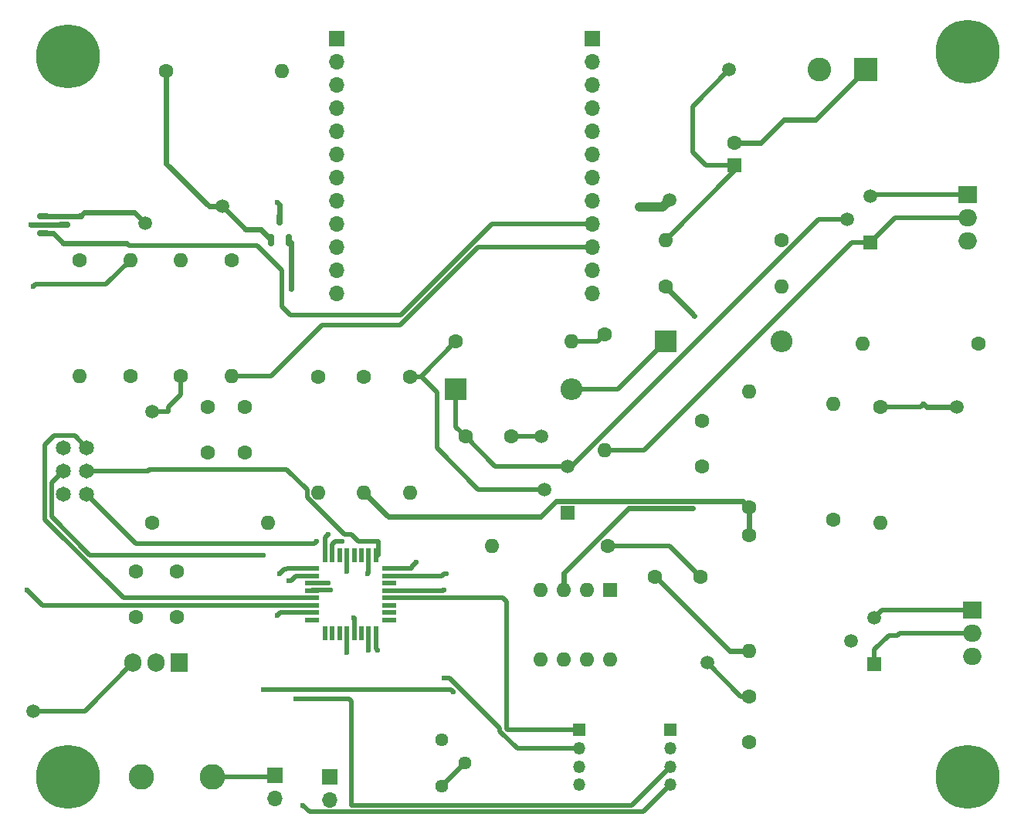
<source format=gtl>
%TF.GenerationSoftware,KiCad,Pcbnew,8.0.4*%
%TF.CreationDate,2024-11-25T19:05:08-08:00*%
%TF.ProjectId,Senior Design,53656e69-6f72-4204-9465-7369676e2e6b,rev?*%
%TF.SameCoordinates,Original*%
%TF.FileFunction,Copper,L1,Top*%
%TF.FilePolarity,Positive*%
%FSLAX46Y46*%
G04 Gerber Fmt 4.6, Leading zero omitted, Abs format (unit mm)*
G04 Created by KiCad (PCBNEW 8.0.4) date 2024-11-25 19:05:08*
%MOMM*%
%LPD*%
G01*
G04 APERTURE LIST*
G04 Aperture macros list*
%AMRoundRect*
0 Rectangle with rounded corners*
0 $1 Rounding radius*
0 $2 $3 $4 $5 $6 $7 $8 $9 X,Y pos of 4 corners*
0 Add a 4 corners polygon primitive as box body*
4,1,4,$2,$3,$4,$5,$6,$7,$8,$9,$2,$3,0*
0 Add four circle primitives for the rounded corners*
1,1,$1+$1,$2,$3*
1,1,$1+$1,$4,$5*
1,1,$1+$1,$6,$7*
1,1,$1+$1,$8,$9*
0 Add four rect primitives between the rounded corners*
20,1,$1+$1,$2,$3,$4,$5,0*
20,1,$1+$1,$4,$5,$6,$7,0*
20,1,$1+$1,$6,$7,$8,$9,0*
20,1,$1+$1,$8,$9,$2,$3,0*%
G04 Aperture macros list end*
%TA.AperFunction,ComponentPad*%
%ADD10C,1.600000*%
%TD*%
%TA.AperFunction,ComponentPad*%
%ADD11R,1.350000X1.350000*%
%TD*%
%TA.AperFunction,ComponentPad*%
%ADD12O,1.350000X1.350000*%
%TD*%
%TA.AperFunction,SMDPad,CuDef*%
%ADD13C,1.500000*%
%TD*%
%TA.AperFunction,ComponentPad*%
%ADD14R,1.600000X1.600000*%
%TD*%
%TA.AperFunction,ComponentPad*%
%ADD15O,1.600000X1.600000*%
%TD*%
%TA.AperFunction,ComponentPad*%
%ADD16C,1.650000*%
%TD*%
%TA.AperFunction,ComponentPad*%
%ADD17R,1.500000X1.500000*%
%TD*%
%TA.AperFunction,ComponentPad*%
%ADD18C,1.500000*%
%TD*%
%TA.AperFunction,ComponentPad*%
%ADD19C,2.800000*%
%TD*%
%TA.AperFunction,ComponentPad*%
%ADD20R,2.600000X2.600000*%
%TD*%
%TA.AperFunction,ComponentPad*%
%ADD21C,2.600000*%
%TD*%
%TA.AperFunction,SMDPad,CuDef*%
%ADD22RoundRect,0.150000X0.150000X-0.512500X0.150000X0.512500X-0.150000X0.512500X-0.150000X-0.512500X0*%
%TD*%
%TA.AperFunction,ComponentPad*%
%ADD23C,3.900000*%
%TD*%
%TA.AperFunction,ConnectorPad*%
%ADD24C,7.000000*%
%TD*%
%TA.AperFunction,ComponentPad*%
%ADD25R,2.400000X2.400000*%
%TD*%
%TA.AperFunction,ComponentPad*%
%ADD26O,2.400000X2.400000*%
%TD*%
%TA.AperFunction,ComponentPad*%
%ADD27R,1.700000X1.700000*%
%TD*%
%TA.AperFunction,ComponentPad*%
%ADD28O,1.700000X1.700000*%
%TD*%
%TA.AperFunction,SMDPad,CuDef*%
%ADD29R,0.550000X1.600000*%
%TD*%
%TA.AperFunction,SMDPad,CuDef*%
%ADD30R,1.600000X0.550000*%
%TD*%
%TA.AperFunction,ComponentPad*%
%ADD31R,2.000000X1.905000*%
%TD*%
%TA.AperFunction,ComponentPad*%
%ADD32O,2.000000X1.905000*%
%TD*%
%TA.AperFunction,ComponentPad*%
%ADD33R,1.905000X2.000000*%
%TD*%
%TA.AperFunction,ComponentPad*%
%ADD34O,1.905000X2.000000*%
%TD*%
%TA.AperFunction,SMDPad,CuDef*%
%ADD35RoundRect,0.150000X-0.512500X-0.150000X0.512500X-0.150000X0.512500X0.150000X-0.512500X0.150000X0*%
%TD*%
%TA.AperFunction,ComponentPad*%
%ADD36C,1.440000*%
%TD*%
%TA.AperFunction,ViaPad*%
%ADD37C,0.600000*%
%TD*%
%TA.AperFunction,Conductor*%
%ADD38C,0.500000*%
%TD*%
%TA.AperFunction,Conductor*%
%ADD39C,0.600000*%
%TD*%
%TA.AperFunction,Conductor*%
%ADD40C,1.000000*%
%TD*%
%TA.AperFunction,Conductor*%
%ADD41C,0.550000*%
%TD*%
G04 APERTURE END LIST*
D10*
%TO.P,C3,1*%
%TO.N,Net-(C3-Pad1)*%
X119900000Y-111600000D03*
%TO.P,C3,2*%
%TO.N,Net-(C3-Pad2)*%
X124900000Y-111600000D03*
%TD*%
D11*
%TO.P,J6,1,Pin_1*%
%TO.N,/Microprocessor & Connectors/Volume_D_btn_I*%
X121600000Y-128400000D03*
D12*
%TO.P,J6,2,Pin_2*%
%TO.N,/Microprocessor & Connectors/Volume_D_btn_O*%
X121600000Y-130400000D03*
%TO.P,J6,3,Pin_3*%
%TO.N,/Microprocessor & Connectors/Volume_U_btn_I*%
X121600000Y-132400000D03*
%TO.P,J6,4,Pin_4*%
%TO.N,/Microprocessor & Connectors/Volume_U_btn_O*%
X121600000Y-134400000D03*
%TD*%
D13*
%TO.P,TP3,1,1*%
%TO.N,/Microprocessor & Connectors/3_3VDC*%
X64000000Y-72800000D03*
%TD*%
D14*
%TO.P,C6,1*%
%TO.N,Net-(C6-Pad1)*%
X128600000Y-66500000D03*
D10*
%TO.P,C6,2*%
%TO.N,Net-(J10-Pin_1)*%
X128600000Y-64000000D03*
%TD*%
%TO.P,R10,1*%
%TO.N,Net-(U3A--)*%
X130200000Y-103950000D03*
D15*
%TO.P,R10,2*%
%TO.N,GND*%
X130200000Y-91250000D03*
%TD*%
D10*
%TO.P,R9,1*%
%TO.N,5VDC*%
X88000000Y-89650000D03*
D15*
%TO.P,R9,2*%
%TO.N,Net-(U3A--)*%
X88000000Y-102350000D03*
%TD*%
D16*
%TO.P,J4,1*%
%TO.N,/Microprocessor & Connectors/MISO*%
X57540000Y-102500000D03*
%TO.P,J4,2*%
%TO.N,5VDC*%
X55000000Y-102500000D03*
%TO.P,J4,3*%
%TO.N,/Microprocessor & Connectors/SCK*%
X57540000Y-99960000D03*
%TO.P,J4,4*%
%TO.N,/Microprocessor & Connectors/MOSI*%
X55000000Y-99960000D03*
%TO.P,J4,5*%
%TO.N,/Microprocessor & Connectors/RESET*%
X57540000Y-97420000D03*
%TO.P,J4,6*%
%TO.N,GND*%
X55000000Y-97420000D03*
%TD*%
D10*
%TO.P,C9,1*%
%TO.N,5VDC*%
X70866000Y-93004000D03*
%TO.P,C9,2*%
%TO.N,GND*%
X70866000Y-98004000D03*
%TD*%
%TO.P,R14,1*%
%TO.N,20VDC*%
X139400000Y-105350000D03*
D15*
%TO.P,R14,2*%
%TO.N,Net-(D1-A)*%
X139400000Y-92650000D03*
%TD*%
D10*
%TO.P,R18,1*%
%TO.N,Net-(Q5-E)*%
X133750000Y-74650000D03*
D15*
%TO.P,R18,2*%
%TO.N,Net-(C6-Pad1)*%
X121050000Y-74650000D03*
%TD*%
D10*
%TO.P,R4,1*%
%TO.N,5VDC*%
X62366666Y-89550000D03*
D15*
%TO.P,R4,2*%
%TO.N,/Microprocessor & Connectors/RX-O*%
X62366666Y-76850000D03*
%TD*%
D10*
%TO.P,R6,1*%
%TO.N,/Microprocessor & Connectors/3_3VDC*%
X66294000Y-56134000D03*
D15*
%TO.P,R6,2*%
%TO.N,GND*%
X78994000Y-56134000D03*
%TD*%
D10*
%TO.P,R3,1*%
%TO.N,5VDC*%
X67933332Y-89550000D03*
D15*
%TO.P,R3,2*%
%TO.N,/Microprocessor & Connectors/3_3VDC*%
X67933332Y-76850000D03*
%TD*%
D17*
%TO.P,Q4,1,E*%
%TO.N,Net-(Q4-E)*%
X143530000Y-74915000D03*
D18*
%TO.P,Q4,2,B*%
%TO.N,Net-(D2-K)*%
X140990000Y-72375000D03*
%TO.P,Q4,3,C*%
%TO.N,Net-(Q4-C)*%
X143530000Y-69835000D03*
%TD*%
D19*
%TO.P,J1,1,Pin_1*%
%TO.N,Net-(J1-Pin_1)*%
X71400000Y-133500000D03*
%TD*%
D10*
%TO.P,R8,1*%
%TO.N,Net-(U3A-+)*%
X121050000Y-79800000D03*
D15*
%TO.P,R8,2*%
%TO.N,GND*%
X133750000Y-79800000D03*
%TD*%
D20*
%TO.P,J10,1,Pin_1*%
%TO.N,Net-(J10-Pin_1)*%
X143000000Y-56000000D03*
D21*
%TO.P,J10,2,Pin_2*%
%TO.N,GND*%
X137920000Y-56000000D03*
%TD*%
D22*
%TO.P,Q2,1,G*%
%TO.N,/Microprocessor & Connectors/3_3VDC*%
X77820000Y-74677500D03*
%TO.P,Q2,2,S*%
%TO.N,/Microprocessor & Connectors/TX-I*%
X79720000Y-74677500D03*
%TO.P,Q2,3,D*%
%TO.N,/Microprocessor & Connectors/TX-O*%
X78770000Y-72402500D03*
%TD*%
D10*
%TO.P,R11,1*%
%TO.N,Net-(U3A--)*%
X130200000Y-107050000D03*
D15*
%TO.P,R11,2*%
%TO.N,Net-(C3-Pad1)*%
X130200000Y-119750000D03*
%TD*%
D17*
%TO.P,Q5,1,E*%
%TO.N,Net-(Q5-E)*%
X143950000Y-121140000D03*
D18*
%TO.P,Q5,2,B*%
%TO.N,Net-(D1-A)*%
X141410000Y-118600000D03*
%TO.P,Q5,3,C*%
%TO.N,Net-(Q5-C)*%
X143950000Y-116060000D03*
%TD*%
D10*
%TO.P,R2,1*%
%TO.N,/Microprocessor & Connectors/3_3VDC*%
X73500000Y-76850000D03*
D15*
%TO.P,R2,2*%
%TO.N,/Microprocessor & Connectors/TX-I*%
X73500000Y-89550000D03*
%TD*%
D10*
%TO.P,R7,1*%
%TO.N,5VDC*%
X83000000Y-89650000D03*
D15*
%TO.P,R7,2*%
%TO.N,Net-(U3A-+)*%
X83000000Y-102350000D03*
%TD*%
D10*
%TO.P,R1,1*%
%TO.N,/Microprocessor & Connectors/3_3VDC*%
X56800000Y-76850000D03*
D15*
%TO.P,R1,2*%
%TO.N,/Microprocessor & Connectors/RX-I*%
X56800000Y-89550000D03*
%TD*%
D10*
%TO.P,R16,1*%
%TO.N,Net-(Q5-C)*%
X144600000Y-93000000D03*
D15*
%TO.P,R16,2*%
%TO.N,20VDC*%
X144600000Y-105700000D03*
%TD*%
D23*
%TO.P,H1,1,1*%
%TO.N,GND*%
X55500000Y-54500000D03*
D24*
X55500000Y-54500000D03*
%TD*%
D25*
%TO.P,D2,1,K*%
%TO.N,Net-(D2-K)*%
X98050000Y-91000000D03*
D26*
%TO.P,D2,2,A*%
%TO.N,Net-(D1-K)*%
X110750000Y-91000000D03*
%TD*%
D13*
%TO.P,TP4,1,1*%
%TO.N,/Microprocessor & Connectors/3_3VDC*%
X72500000Y-71000000D03*
%TD*%
D27*
%TO.P,J9,1,Pin_1*%
%TO.N,GND*%
X113000000Y-52600000D03*
D28*
%TO.P,J9,2,Pin_2*%
%TO.N,unconnected-(J9-Pin_2-Pad2)*%
X113000000Y-55140000D03*
%TO.P,J9,3,Pin_3*%
%TO.N,unconnected-(J9-Pin_3-Pad3)*%
X113000000Y-57680000D03*
%TO.P,J9,4,Pin_4*%
%TO.N,unconnected-(J9-Pin_4-Pad4)*%
X113000000Y-60220000D03*
%TO.P,J9,5,Pin_5*%
%TO.N,unconnected-(J9-Pin_5-Pad5)*%
X113000000Y-62760000D03*
%TO.P,J9,6,Pin_6*%
%TO.N,unconnected-(J9-Pin_6-Pad6)*%
X113000000Y-65300000D03*
%TO.P,J9,7,Pin_7*%
%TO.N,unconnected-(J9-Pin_7-Pad7)*%
X113000000Y-67840000D03*
%TO.P,J9,8,Pin_8*%
%TO.N,unconnected-(J9-Pin_8-Pad8)*%
X113000000Y-70380000D03*
%TO.P,J9,9,Pin_9*%
%TO.N,/Microprocessor & Connectors/RX-I*%
X113000000Y-72920000D03*
%TO.P,J9,10,Pin_10*%
%TO.N,/Microprocessor & Connectors/TX-I*%
X113000000Y-75460000D03*
%TO.P,J9,11,Pin_11*%
%TO.N,unconnected-(J9-Pin_11-Pad11)*%
X113000000Y-78000000D03*
%TO.P,J9,12,Pin_12*%
%TO.N,unconnected-(J9-Pin_12-Pad12)*%
X113000000Y-80540000D03*
%TD*%
D17*
%TO.P,Q3,1,E*%
%TO.N,GND*%
X110270000Y-104540000D03*
D18*
%TO.P,Q3,2,B*%
%TO.N,Net-(Q3-B)*%
X107730000Y-102000000D03*
%TO.P,Q3,3,C*%
%TO.N,Net-(D2-K)*%
X110270000Y-99460000D03*
%TD*%
D10*
%TO.P,R19,1*%
%TO.N,Net-(C6-Pad1)*%
X114400000Y-85050000D03*
D15*
%TO.P,R19,2*%
%TO.N,Net-(Q4-E)*%
X114400000Y-97750000D03*
%TD*%
D10*
%TO.P,C10,1*%
%TO.N,Analog Signal*%
X125000000Y-99500000D03*
%TO.P,C10,2*%
%TO.N,Net-(U3A-+)*%
X125000000Y-94500000D03*
%TD*%
D13*
%TO.P,TPQ2,1,1*%
%TO.N,Net-(Q5-C)*%
X153000000Y-93000000D03*
%TD*%
%TO.P,Analog1,1,1*%
%TO.N,Analog Signal*%
X121500000Y-70250000D03*
%TD*%
D10*
%TO.P,R17,1*%
%TO.N,Net-(Q4-C)*%
X155350000Y-86000000D03*
D15*
%TO.P,R17,2*%
%TO.N,GND*%
X142650000Y-86000000D03*
%TD*%
D13*
%TO.P,20v1,1,1*%
%TO.N,20VDC*%
X125600000Y-121000000D03*
%TD*%
%TO.P,PAOut1,1,1*%
%TO.N,Net-(C6-Pad1)*%
X128000000Y-56000000D03*
%TD*%
D10*
%TO.P,C4,1*%
%TO.N,Net-(D2-K)*%
X99100000Y-96200000D03*
%TO.P,C4,2*%
%TO.N,GND*%
X104100000Y-96200000D03*
%TD*%
D29*
%TO.P,U2,1,PD3*%
%TO.N,unconnected-(U2-PD3-Pad1)*%
X83700000Y-117750000D03*
%TO.P,U2,2,PD4*%
%TO.N,unconnected-(U2-PD4-Pad2)*%
X84500000Y-117750000D03*
%TO.P,U2,3,PE0*%
%TO.N,unconnected-(U2-PE0-Pad3)*%
X85300000Y-117750000D03*
%TO.P,U2,4,VCC*%
%TO.N,5VDC*%
X86100000Y-117750000D03*
%TO.P,U2,5,GND*%
%TO.N,GND*%
X86900000Y-117750000D03*
%TO.P,U2,6,PE1*%
%TO.N,unconnected-(U2-PE1-Pad6)*%
X87700000Y-117750000D03*
%TO.P,U2,7,XTAL1/PB6*%
%TO.N,/Microprocessor & Connectors/Pair_btn_I*%
X88500000Y-117750000D03*
%TO.P,U2,8,XTAL2/PB7*%
%TO.N,/Microprocessor & Connectors/Pair_btn_O*%
X89300000Y-117750000D03*
D30*
%TO.P,U2,9,PD5*%
%TO.N,unconnected-(U2-PD5-Pad9)*%
X90750000Y-116300000D03*
%TO.P,U2,10,PD6*%
%TO.N,unconnected-(U2-PD6-Pad10)*%
X90750000Y-115500000D03*
%TO.P,U2,11,PD7*%
%TO.N,unconnected-(U2-PD7-Pad11)*%
X90750000Y-114700000D03*
%TO.P,U2,12,PB0*%
%TO.N,/Microprocessor & Connectors/Power_btn_I*%
X90750000Y-113900000D03*
%TO.P,U2,13,PB1*%
%TO.N,/Microprocessor & Connectors/Power_btn_O*%
X90750000Y-113100000D03*
%TO.P,U2,14,PB2*%
%TO.N,unconnected-(U2-PB2-Pad14)*%
X90750000Y-112300000D03*
%TO.P,U2,15,PB3*%
%TO.N,/Microprocessor & Connectors/MOSI*%
X90750000Y-111500000D03*
%TO.P,U2,16,PB4*%
%TO.N,/Microprocessor & Connectors/MISO*%
X90750000Y-110700000D03*
D29*
%TO.P,U2,17,PB5*%
%TO.N,/Microprocessor & Connectors/SCK*%
X89300000Y-109250000D03*
%TO.P,U2,18,AVCC*%
%TO.N,5VDC*%
X88500000Y-109250000D03*
%TO.P,U2,19,PE2*%
%TO.N,unconnected-(U2-PE2-Pad19)*%
X87700000Y-109250000D03*
%TO.P,U2,20,AREF*%
%TO.N,unconnected-(U2-AREF-Pad20)*%
X86900000Y-109250000D03*
%TO.P,U2,21,GND*%
%TO.N,GND*%
X86100000Y-109250000D03*
%TO.P,U2,22,PE3*%
%TO.N,unconnected-(U2-PE3-Pad22)*%
X85300000Y-109250000D03*
%TO.P,U2,23,PC0*%
%TO.N,/Microprocessor & Connectors/Volume_D_btn_I*%
X84500000Y-109250000D03*
%TO.P,U2,24,PC1*%
%TO.N,/Microprocessor & Connectors/Volume_D_btn_O*%
X83700000Y-109250000D03*
D30*
%TO.P,U2,25,PC2*%
%TO.N,/Microprocessor & Connectors/Volume_U_btn_I*%
X82250000Y-110700000D03*
%TO.P,U2,26,PC3*%
%TO.N,/Microprocessor & Connectors/Volume_U_btn_O*%
X82250000Y-111500000D03*
%TO.P,U2,27,PC4*%
%TO.N,/Microprocessor & Connectors/Pair_LED_O*%
X82250000Y-112300000D03*
%TO.P,U2,28,PC5*%
%TO.N,/Microprocessor & Connectors/Power_LED_O*%
X82250000Y-113100000D03*
%TO.P,U2,29,~{RESET}/PC6*%
%TO.N,/Microprocessor & Connectors/RESET*%
X82250000Y-113900000D03*
%TO.P,U2,30,PD0*%
%TO.N,/Microprocessor & Connectors/RX-O*%
X82250000Y-114700000D03*
%TO.P,U2,31,PD1*%
%TO.N,/Microprocessor & Connectors/TX-O*%
X82250000Y-115500000D03*
%TO.P,U2,32,PD2*%
%TO.N,unconnected-(U2-PD2-Pad32)*%
X82250000Y-116300000D03*
%TD*%
D19*
%TO.P,J2,1,Pin_1*%
%TO.N,GND*%
X63600000Y-133500000D03*
%TD*%
D27*
%TO.P,J7,1,Pin_1*%
%TO.N,/Microprocessor & Connectors/Pair_LED_O*%
X84200000Y-133525000D03*
D28*
%TO.P,J7,2,Pin_2*%
%TO.N,/Microprocessor & Connectors/Power_LED_O*%
X84200000Y-136065000D03*
%TD*%
D27*
%TO.P,J3,1,Pin_1*%
%TO.N,Net-(J1-Pin_1)*%
X78200000Y-133325000D03*
D28*
%TO.P,J3,2,Pin_2*%
%TO.N,20VDC*%
X78200000Y-135865000D03*
%TD*%
D10*
%TO.P,C5,1*%
%TO.N,20VDC*%
X130200000Y-124700000D03*
%TO.P,C5,2*%
%TO.N,GND*%
X130200000Y-129700000D03*
%TD*%
%TO.P,C8,1*%
%TO.N,5VDC*%
X74916000Y-93004000D03*
%TO.P,C8,2*%
%TO.N,GND*%
X74916000Y-98004000D03*
%TD*%
D31*
%TO.P,Q7,1,B*%
%TO.N,Net-(Q4-C)*%
X154178000Y-69695000D03*
D32*
%TO.P,Q7,2,C*%
%TO.N,Net-(Q4-E)*%
X154178000Y-72235000D03*
%TO.P,Q7,3,E*%
%TO.N,GND*%
X154178000Y-74775000D03*
%TD*%
D25*
%TO.P,D1,1,K*%
%TO.N,Net-(D1-K)*%
X121050000Y-85800000D03*
D26*
%TO.P,D1,2,A*%
%TO.N,Net-(D1-A)*%
X133750000Y-85800000D03*
%TD*%
D27*
%TO.P,J8,1,Pin_1*%
%TO.N,Analog Signal*%
X85000000Y-52600000D03*
D28*
%TO.P,J8,2,Pin_2*%
%TO.N,unconnected-(J8-Pin_2-Pad2)*%
X85000000Y-55140000D03*
%TO.P,J8,3,Pin_3*%
%TO.N,unconnected-(J8-Pin_3-Pad3)*%
X85000000Y-57680000D03*
%TO.P,J8,4,Pin_4*%
%TO.N,unconnected-(J8-Pin_4-Pad4)*%
X85000000Y-60220000D03*
%TO.P,J8,5,Pin_5*%
%TO.N,unconnected-(J8-Pin_5-Pad5)*%
X85000000Y-62760000D03*
%TO.P,J8,6,Pin_6*%
%TO.N,unconnected-(J8-Pin_6-Pad6)*%
X85000000Y-65300000D03*
%TO.P,J8,7,Pin_7*%
%TO.N,GND*%
X85000000Y-67840000D03*
%TO.P,J8,8,Pin_8*%
%TO.N,unconnected-(J8-Pin_8-Pad8)*%
X85000000Y-70380000D03*
%TO.P,J8,9,Pin_9*%
%TO.N,unconnected-(J8-Pin_9-Pad9)*%
X85000000Y-72920000D03*
%TO.P,J8,10,Pin_10*%
%TO.N,5VDC*%
X85000000Y-75460000D03*
%TO.P,J8,11,Pin_11*%
%TO.N,unconnected-(J8-Pin_11-Pad11)*%
X85000000Y-78000000D03*
%TO.P,J8,12,Pin_12*%
%TO.N,unconnected-(J8-Pin_12-Pad12)*%
X85000000Y-80540000D03*
%TD*%
D13*
%TO.P,TP1,1,1*%
%TO.N,20VDC*%
X51740000Y-126305000D03*
%TD*%
D33*
%TO.P,U1,1,VO*%
%TO.N,5VDC*%
X67740000Y-121000000D03*
D34*
%TO.P,U1,2,GND*%
%TO.N,GND*%
X65200000Y-121000000D03*
%TO.P,U1,3,VI*%
%TO.N,20VDC*%
X62660000Y-121000000D03*
%TD*%
D10*
%TO.P,R12,1*%
%TO.N,Net-(C3-Pad2)*%
X114750000Y-108200000D03*
D15*
%TO.P,R12,2*%
%TO.N,Net-(Q3-B)*%
X102050000Y-108200000D03*
%TD*%
D10*
%TO.P,C1,1*%
%TO.N,20VDC*%
X63000000Y-116000000D03*
%TO.P,C1,2*%
%TO.N,GND*%
X63000000Y-111000000D03*
%TD*%
D23*
%TO.P,H2,1,1*%
%TO.N,GND*%
X154200000Y-133500000D03*
D24*
X154200000Y-133500000D03*
%TD*%
D35*
%TO.P,Q1,1,G*%
%TO.N,/Microprocessor & Connectors/3_3VDC*%
X52862500Y-72050000D03*
%TO.P,Q1,2,S*%
%TO.N,/Microprocessor & Connectors/RX-I*%
X52862500Y-73950000D03*
%TO.P,Q1,3,D*%
%TO.N,/Microprocessor & Connectors/RX-O*%
X55137500Y-73000000D03*
%TD*%
D10*
%TO.P,C2,1*%
%TO.N,5VDC*%
X67500000Y-111000000D03*
%TO.P,C2,2*%
%TO.N,GND*%
X67500000Y-116000000D03*
%TD*%
D36*
%TO.P,RV1,1,1*%
%TO.N,Net-(Q3-B)*%
X96515000Y-134540000D03*
%TO.P,RV1,2,2*%
X99055000Y-132000000D03*
%TO.P,RV1,3,3*%
%TO.N,GND*%
X96515000Y-129460000D03*
%TD*%
D31*
%TO.P,Q6,1,B*%
%TO.N,Net-(Q5-C)*%
X154686000Y-115270000D03*
D32*
%TO.P,Q6,2,C*%
%TO.N,Net-(Q5-E)*%
X154686000Y-117810000D03*
%TO.P,Q6,3,E*%
%TO.N,20VDC*%
X154686000Y-120350000D03*
%TD*%
D23*
%TO.P,H3,1,1*%
%TO.N,GND*%
X154200000Y-54000000D03*
D24*
X154200000Y-54000000D03*
%TD*%
D14*
%TO.P,U3,1,OUTA*%
%TO.N,Net-(U3-OUTA)*%
X115000000Y-113000000D03*
D15*
%TO.P,U3,2,NEGA*%
%TO.N,Net-(U3-NEGA)*%
X112460000Y-113000000D03*
%TO.P,U3,3,POSA*%
%TO.N,Analog Signal*%
X109920000Y-113000000D03*
%TO.P,U3,4,V-*%
%TO.N,GND*%
X107380000Y-113000000D03*
%TO.P,U3,5,POSB*%
%TO.N,unconnected-(U3-POSB-Pad5)*%
X107380000Y-120620000D03*
%TO.P,U3,6,NEGB*%
%TO.N,unconnected-(U3-NEGB-Pad6)*%
X109920000Y-120620000D03*
%TO.P,U3,7,OUTB*%
%TO.N,unconnected-(U3-OUTB-Pad7)*%
X112460000Y-120620000D03*
%TO.P,U3,8,V+*%
%TO.N,5VDC*%
X115000000Y-120620000D03*
%TD*%
D23*
%TO.P,H4,1,1*%
%TO.N,GND*%
X55500000Y-133500000D03*
D24*
X55500000Y-133500000D03*
%TD*%
D13*
%TO.P,TP2,1,1*%
%TO.N,5VDC*%
X64770000Y-93500000D03*
%TD*%
D10*
%TO.P,R13,1*%
%TO.N,Net-(Q3-B)*%
X93000000Y-89650000D03*
D15*
%TO.P,R13,2*%
%TO.N,GND*%
X93000000Y-102350000D03*
%TD*%
D10*
%TO.P,R15,1*%
%TO.N,Net-(Q3-B)*%
X98050000Y-85800000D03*
D15*
%TO.P,R15,2*%
%TO.N,Net-(C6-Pad1)*%
X110750000Y-85800000D03*
%TD*%
D13*
%TO.P,TPQ1,1,1*%
%TO.N,GND*%
X107400000Y-96200000D03*
%TD*%
D10*
%TO.P,R5,1*%
%TO.N,5VDC*%
X64770000Y-105664000D03*
D15*
%TO.P,R5,2*%
%TO.N,/Microprocessor & Connectors/TX-O*%
X77470000Y-105664000D03*
%TD*%
D11*
%TO.P,J5,1,Pin_1*%
%TO.N,/Microprocessor & Connectors/Power_btn_I*%
X111600000Y-128400000D03*
D12*
%TO.P,J5,2,Pin_2*%
%TO.N,/Microprocessor & Connectors/Power_btn_O*%
X111600000Y-130400000D03*
%TO.P,J5,3,Pin_3*%
%TO.N,/Microprocessor & Connectors/Pair_btn_I*%
X111600000Y-132400000D03*
%TO.P,J5,4,Pin_4*%
%TO.N,/Microprocessor & Connectors/Pair_btn_O*%
X111600000Y-134400000D03*
%TD*%
D37*
%TO.N,/Microprocessor & Connectors/3_3VDC*%
X57000000Y-72000000D03*
%TO.N,/Microprocessor & Connectors/RX-O*%
X51750000Y-79750000D03*
%TO.N,/Microprocessor & Connectors/RX-I*%
X55000000Y-75000000D03*
%TO.N,GND*%
X86868000Y-116078000D03*
X86106000Y-110998000D03*
%TO.N,Analog Signal*%
X118165000Y-71065000D03*
X124000000Y-104090000D03*
%TO.N,5VDC*%
X88392000Y-111252000D03*
X86106000Y-119888000D03*
%TO.N,/Microprocessor & Connectors/MISO*%
X93726000Y-109982000D03*
X82804000Y-107696000D03*
%TO.N,/Microprocessor & Connectors/MOSI*%
X76962000Y-123952000D03*
X76962000Y-109220000D03*
X97028000Y-111252000D03*
X97790000Y-124206000D03*
%TO.N,/Microprocessor & Connectors/Power_btn_O*%
X96774000Y-113030000D03*
X96774000Y-122682000D03*
%TO.N,/Microprocessor & Connectors/Pair_btn_O*%
X89500000Y-119634000D03*
%TO.N,/Microprocessor & Connectors/Pair_btn_I*%
X88500000Y-119634000D03*
%TO.N,/Microprocessor & Connectors/Volume_U_btn_O*%
X81280000Y-136652000D03*
X79756000Y-112014000D03*
%TO.N,/Microprocessor & Connectors/Volume_U_btn_I*%
X80530000Y-124968000D03*
X78740000Y-111252000D03*
%TO.N,/Microprocessor & Connectors/Volume_D_btn_O*%
X84074000Y-106934000D03*
%TO.N,/Microprocessor & Connectors/Volume_D_btn_I*%
X85598000Y-107696000D03*
%TO.N,/Microprocessor & Connectors/Pair_LED_O*%
X84074000Y-112268000D03*
%TO.N,/Microprocessor & Connectors/Power_LED_O*%
X84328000Y-113030000D03*
%TO.N,/Microprocessor & Connectors/TX-I*%
X80000000Y-80000000D03*
%TO.N,/Microprocessor & Connectors/3_3VDC*%
X75000000Y-73500000D03*
%TO.N,/Microprocessor & Connectors/RX-O*%
X51500000Y-73000000D03*
X51054000Y-113030000D03*
%TO.N,/Microprocessor & Connectors/TX-O*%
X78486000Y-115824000D03*
X78500000Y-70500000D03*
%TO.N,Net-(Q5-C)*%
X149352000Y-92650000D03*
%TO.N,Net-(U3A-+)*%
X124200000Y-83000000D03*
%TD*%
D38*
%TO.N,/Microprocessor & Connectors/RX-O*%
X52000000Y-79500000D02*
X59716666Y-79500000D01*
X51750000Y-79750000D02*
X52000000Y-79500000D01*
X59716666Y-79500000D02*
X62366666Y-76850000D01*
D39*
%TO.N,/Microprocessor & Connectors/3_3VDC*%
X57000000Y-72000000D02*
X56950000Y-72050000D01*
%TO.N,/Microprocessor & Connectors/RX-I*%
X62000000Y-75000000D02*
X55000000Y-75000000D01*
X55000000Y-75000000D02*
X53950000Y-73950000D01*
X53950000Y-73950000D02*
X52862500Y-73950000D01*
%TO.N,/Microprocessor & Connectors/RX-O*%
X55137500Y-73000000D02*
X51500000Y-73000000D01*
D38*
%TO.N,Net-(D2-K)*%
X137792767Y-72375000D02*
X140990000Y-72375000D01*
X98050000Y-95150000D02*
X99100000Y-96200000D01*
X99100000Y-96200000D02*
X102360000Y-99460000D01*
X98050000Y-91000000D02*
X98050000Y-95150000D01*
X102360000Y-99460000D02*
X110270000Y-99460000D01*
X110707767Y-99460000D02*
X137792767Y-72375000D01*
X110270000Y-99460000D02*
X110707767Y-99460000D01*
%TO.N,GND*%
X86100000Y-110992000D02*
X86106000Y-110998000D01*
X86900000Y-116110000D02*
X86868000Y-116078000D01*
X86900000Y-117750000D02*
X86900000Y-116110000D01*
X107400000Y-96200000D02*
X104100000Y-96200000D01*
X86100000Y-109250000D02*
X86100000Y-110992000D01*
%TO.N,20VDC*%
X129300000Y-124700000D02*
X130200000Y-124700000D01*
X51740000Y-126305000D02*
X57355000Y-126305000D01*
X125600000Y-121000000D02*
X129300000Y-124700000D01*
X57355000Y-126305000D02*
X62660000Y-121000000D01*
%TO.N,Net-(C3-Pad2)*%
X114750000Y-108200000D02*
X121500000Y-108200000D01*
X121500000Y-108200000D02*
X124900000Y-111600000D01*
D39*
%TO.N,Analog Signal*%
X109920000Y-111191522D02*
X117021522Y-104090000D01*
D40*
X120685000Y-71065000D02*
X121500000Y-70250000D01*
D39*
X109920000Y-113000000D02*
X109920000Y-111191522D01*
X117021522Y-104090000D02*
X124000000Y-104090000D01*
D40*
X118165000Y-71065000D02*
X120685000Y-71065000D01*
D38*
%TO.N,5VDC*%
X88500000Y-111144000D02*
X88392000Y-111252000D01*
D41*
X86100000Y-117750000D02*
X86100000Y-119882000D01*
D38*
X66548000Y-92964000D02*
X66548000Y-93500000D01*
X67933332Y-91578668D02*
X66548000Y-92964000D01*
D41*
X86100000Y-119882000D02*
X86106000Y-119888000D01*
D38*
X66548000Y-93500000D02*
X64770000Y-93500000D01*
X88500000Y-109250000D02*
X88500000Y-111144000D01*
X67933332Y-89550000D02*
X67933332Y-91578668D01*
%TO.N,Net-(D1-K)*%
X115850000Y-91000000D02*
X110750000Y-91000000D01*
X121050000Y-85800000D02*
X115850000Y-91000000D01*
D39*
%TO.N,Net-(J10-Pin_1)*%
X134000000Y-61500000D02*
X131500000Y-64000000D01*
X137500000Y-61500000D02*
X134000000Y-61500000D01*
X143000000Y-56000000D02*
X137500000Y-61500000D01*
X131500000Y-64000000D02*
X128600000Y-64000000D01*
D38*
%TO.N,Net-(C6-Pad1)*%
X125500000Y-66500000D02*
X124000000Y-65000000D01*
X124000000Y-60000000D02*
X128000000Y-56000000D01*
X128600000Y-67100000D02*
X128600000Y-66500000D01*
X110750000Y-85800000D02*
X113650000Y-85800000D01*
X124000000Y-65000000D02*
X124000000Y-60000000D01*
X121050000Y-74650000D02*
X128600000Y-67100000D01*
X113650000Y-85800000D02*
X114400000Y-85050000D01*
X128600000Y-66500000D02*
X125500000Y-66500000D01*
%TO.N,Net-(J1-Pin_1)*%
X71400000Y-133500000D02*
X78025000Y-133500000D01*
X78025000Y-133500000D02*
X78200000Y-133325000D01*
%TO.N,/Microprocessor & Connectors/SCK*%
X81750000Y-102867767D02*
X85828233Y-106946000D01*
X86626000Y-106946000D02*
X87380000Y-107700000D01*
X64297968Y-99960000D02*
X64407968Y-99850000D01*
X57540000Y-99960000D02*
X64297968Y-99960000D01*
X87380000Y-107700000D02*
X89525000Y-107700000D01*
X85828233Y-106946000D02*
X86626000Y-106946000D01*
X81750000Y-102070000D02*
X81750000Y-102867767D01*
X64407968Y-99850000D02*
X79530000Y-99850000D01*
X89525000Y-107700000D02*
X89525000Y-109250000D01*
X79530000Y-99850000D02*
X81750000Y-102070000D01*
%TO.N,/Microprocessor & Connectors/MISO*%
X93200000Y-110700000D02*
X93200000Y-110508000D01*
X62990000Y-107950000D02*
X57540000Y-102500000D01*
X82550000Y-107950000D02*
X62990000Y-107950000D01*
X82804000Y-107696000D02*
X82550000Y-107950000D01*
X90750000Y-110700000D02*
X93200000Y-110700000D01*
X93200000Y-110508000D02*
X93726000Y-109982000D01*
%TO.N,/Microprocessor & Connectors/MOSI*%
X55000000Y-99960000D02*
X53725000Y-101235000D01*
X53725000Y-101235000D02*
X53725000Y-105033000D01*
X97028000Y-111252000D02*
X96774000Y-111252000D01*
X57912000Y-109220000D02*
X76962000Y-109220000D01*
X53725000Y-105033000D02*
X57912000Y-109220000D01*
X96526000Y-111500000D02*
X90750000Y-111500000D01*
X97536000Y-123952000D02*
X97790000Y-124206000D01*
X76962000Y-123952000D02*
X97536000Y-123952000D01*
X96774000Y-111252000D02*
X96526000Y-111500000D01*
%TO.N,/Microprocessor & Connectors/RESET*%
X56265000Y-96145000D02*
X53969000Y-96145000D01*
X53025000Y-105322950D02*
X61602050Y-113900000D01*
X53025000Y-97089000D02*
X53025000Y-105322950D01*
X53969000Y-96145000D02*
X53025000Y-97089000D01*
X57540000Y-97420000D02*
X56265000Y-96145000D01*
X61602050Y-113900000D02*
X82250000Y-113900000D01*
%TO.N,/Microprocessor & Connectors/Power_btn_O*%
X96774000Y-122682000D02*
X97326661Y-122682000D01*
X96704000Y-113100000D02*
X96774000Y-113030000D01*
X90750000Y-113100000D02*
X96704000Y-113100000D01*
X102870000Y-128225339D02*
X102870000Y-128497950D01*
X104772050Y-130400000D02*
X111600000Y-130400000D01*
X102870000Y-128497950D02*
X104772050Y-130400000D01*
X97326661Y-122682000D02*
X102870000Y-128225339D01*
%TO.N,/Microprocessor & Connectors/Power_btn_I*%
X103232000Y-113900000D02*
X90750000Y-113900000D01*
X103762000Y-128400000D02*
X103632000Y-128270000D01*
X111600000Y-128400000D02*
X103762000Y-128400000D01*
X103632000Y-114300000D02*
X103232000Y-113900000D01*
X103632000Y-128270000D02*
X103632000Y-114300000D01*
%TO.N,/Microprocessor & Connectors/Pair_btn_O*%
X89300000Y-117750000D02*
X89300000Y-119434000D01*
X89300000Y-119434000D02*
X89500000Y-119634000D01*
%TO.N,/Microprocessor & Connectors/Pair_btn_I*%
X88500000Y-117750000D02*
X88500000Y-119634000D01*
%TO.N,/Microprocessor & Connectors/Volume_U_btn_O*%
X121600000Y-134400000D02*
X118635000Y-137365000D01*
X80524000Y-111500000D02*
X80010000Y-112014000D01*
X82250000Y-111500000D02*
X80524000Y-111500000D01*
X81993000Y-137365000D02*
X81280000Y-136652000D01*
X80010000Y-112014000D02*
X79756000Y-112014000D01*
X118635000Y-137365000D02*
X81993000Y-137365000D01*
%TO.N,/Microprocessor & Connectors/Volume_U_btn_I*%
X86347646Y-124968000D02*
X86607823Y-125228177D01*
X80530000Y-124968000D02*
X86347646Y-124968000D01*
X86607823Y-136646011D02*
X86607823Y-125228177D01*
X79502000Y-110744000D02*
X79248000Y-110744000D01*
X79546000Y-110700000D02*
X79502000Y-110744000D01*
X79248000Y-110744000D02*
X78740000Y-111252000D01*
X121600000Y-132400000D02*
X117353989Y-136646011D01*
X82250000Y-110700000D02*
X79546000Y-110700000D01*
X117353989Y-136646011D02*
X86607823Y-136646011D01*
%TO.N,/Microprocessor & Connectors/Volume_D_btn_O*%
X83700000Y-107308000D02*
X83700000Y-109250000D01*
X84074000Y-106934000D02*
X83700000Y-107308000D01*
%TO.N,/Microprocessor & Connectors/Volume_D_btn_I*%
X84836000Y-107696000D02*
X84500000Y-108032000D01*
X85598000Y-107696000D02*
X84836000Y-107696000D01*
X84500000Y-108032000D02*
X84500000Y-109250000D01*
%TO.N,/Microprocessor & Connectors/Pair_LED_O*%
X84074000Y-112268000D02*
X82282000Y-112268000D01*
X82282000Y-112268000D02*
X82250000Y-112300000D01*
%TO.N,/Microprocessor & Connectors/Power_LED_O*%
X82320000Y-113030000D02*
X82250000Y-113100000D01*
X84328000Y-113030000D02*
X82320000Y-113030000D01*
%TO.N,/Microprocessor & Connectors/RX-I*%
X79881472Y-82881472D02*
X92047056Y-82881472D01*
X76250000Y-75250000D02*
X79000000Y-78000000D01*
X92047056Y-82881472D02*
X102008528Y-72920000D01*
X102008528Y-72920000D02*
X113000000Y-72920000D01*
X62000000Y-75000000D02*
X62250000Y-75250000D01*
X79000000Y-82000000D02*
X79881472Y-82881472D01*
X79000000Y-78000000D02*
X79000000Y-82000000D01*
X62250000Y-75250000D02*
X76250000Y-75250000D01*
%TO.N,/Microprocessor & Connectors/TX-I*%
X73500000Y-89550000D02*
X77828478Y-89550000D01*
X83378478Y-84000000D02*
X91918478Y-84000000D01*
X77828478Y-89550000D02*
X83378478Y-84000000D01*
D39*
X79720000Y-74677500D02*
X80000000Y-74957500D01*
D38*
X100458478Y-75460000D02*
X113000000Y-75460000D01*
X91918478Y-84000000D02*
X100458478Y-75460000D01*
D39*
X80000000Y-74957500D02*
X80000000Y-80000000D01*
%TO.N,/Microprocessor & Connectors/3_3VDC*%
X76682500Y-73540000D02*
X75040000Y-73540000D01*
X71000000Y-71000000D02*
X66294000Y-66294000D01*
X75000000Y-73500000D02*
X75040000Y-73540000D01*
X66294000Y-56134000D02*
X66294000Y-66294000D01*
X64000000Y-72800000D02*
X62850000Y-71650000D01*
X62850000Y-71650000D02*
X57350000Y-71650000D01*
X72500000Y-71000000D02*
X75000000Y-73500000D01*
X72500000Y-71000000D02*
X71000000Y-71000000D01*
X57350000Y-71650000D02*
X57000000Y-72000000D01*
X77820000Y-74677500D02*
X76682500Y-73540000D01*
X56950000Y-72050000D02*
X52862500Y-72050000D01*
D38*
%TO.N,/Microprocessor & Connectors/RX-O*%
X51054000Y-113030000D02*
X52724000Y-114700000D01*
X52724000Y-114700000D02*
X82250000Y-114700000D01*
%TO.N,/Microprocessor & Connectors/TX-O*%
X78810000Y-115500000D02*
X78486000Y-115824000D01*
D39*
X78770000Y-72402500D02*
X78770000Y-70770000D01*
D38*
X82250000Y-115500000D02*
X78810000Y-115500000D01*
D39*
X78770000Y-70770000D02*
X78500000Y-70500000D01*
D38*
%TO.N,Net-(Q3-B)*%
X100500000Y-102000000D02*
X107730000Y-102000000D01*
X96515000Y-134540000D02*
X99055000Y-132000000D01*
X93000000Y-89650000D02*
X94200000Y-89650000D01*
X96000000Y-97500000D02*
X100500000Y-102000000D01*
X96000000Y-91332233D02*
X96000000Y-97500000D01*
X93000000Y-89650000D02*
X94317767Y-89650000D01*
X94317767Y-89650000D02*
X96000000Y-91332233D01*
X94200000Y-89650000D02*
X98050000Y-85800000D01*
%TO.N,Net-(Q4-C)*%
X143670000Y-69695000D02*
X143530000Y-69835000D01*
X154625000Y-69695000D02*
X143670000Y-69695000D01*
%TO.N,Net-(Q4-E)*%
X154625000Y-72235000D02*
X146210000Y-72235000D01*
X118658000Y-97750000D02*
X141493000Y-74915000D01*
X146210000Y-72235000D02*
X143530000Y-74915000D01*
X114400000Y-97750000D02*
X118658000Y-97750000D01*
X141493000Y-74915000D02*
X143530000Y-74915000D01*
%TO.N,Net-(Q5-E)*%
X154686000Y-117810000D02*
X146812000Y-117810000D01*
X152400000Y-117810000D02*
X155045000Y-117810000D01*
X145500000Y-118000000D02*
X146500000Y-118000000D01*
X143950000Y-121140000D02*
X143950000Y-119550000D01*
X152400000Y-117810000D02*
X154686000Y-117810000D01*
X146500000Y-118000000D02*
X146690000Y-117810000D01*
X143950000Y-119550000D02*
X145500000Y-118000000D01*
X146690000Y-117810000D02*
X146812000Y-117810000D01*
X146812000Y-117810000D02*
X152400000Y-117810000D01*
%TO.N,Net-(Q5-C)*%
X144740000Y-115270000D02*
X143950000Y-116060000D01*
X144600000Y-93000000D02*
X149002000Y-93000000D01*
X149002000Y-93000000D02*
X149352000Y-92650000D01*
D39*
X149702000Y-93000000D02*
X149352000Y-92650000D01*
D38*
X154686000Y-115270000D02*
X144740000Y-115270000D01*
D39*
X153000000Y-93000000D02*
X149702000Y-93000000D01*
%TO.N,Net-(C3-Pad1)*%
X128050000Y-119750000D02*
X120430330Y-112130330D01*
X130200000Y-119750000D02*
X128050000Y-119750000D01*
%TO.N,Net-(U3A-+)*%
X124200000Y-83000000D02*
X124200000Y-82950000D01*
X124200000Y-82950000D02*
X121050000Y-79800000D01*
%TO.N,Net-(U3A--)*%
X129540000Y-103290000D02*
X130200000Y-103950000D01*
X109020000Y-103290000D02*
X129540000Y-103290000D01*
X130200000Y-107050000D02*
X130200000Y-103950000D01*
X90650000Y-105000000D02*
X107310000Y-105000000D01*
X107310000Y-105000000D02*
X109020000Y-103290000D01*
X88000000Y-102350000D02*
X90650000Y-105000000D01*
%TD*%
M02*

</source>
